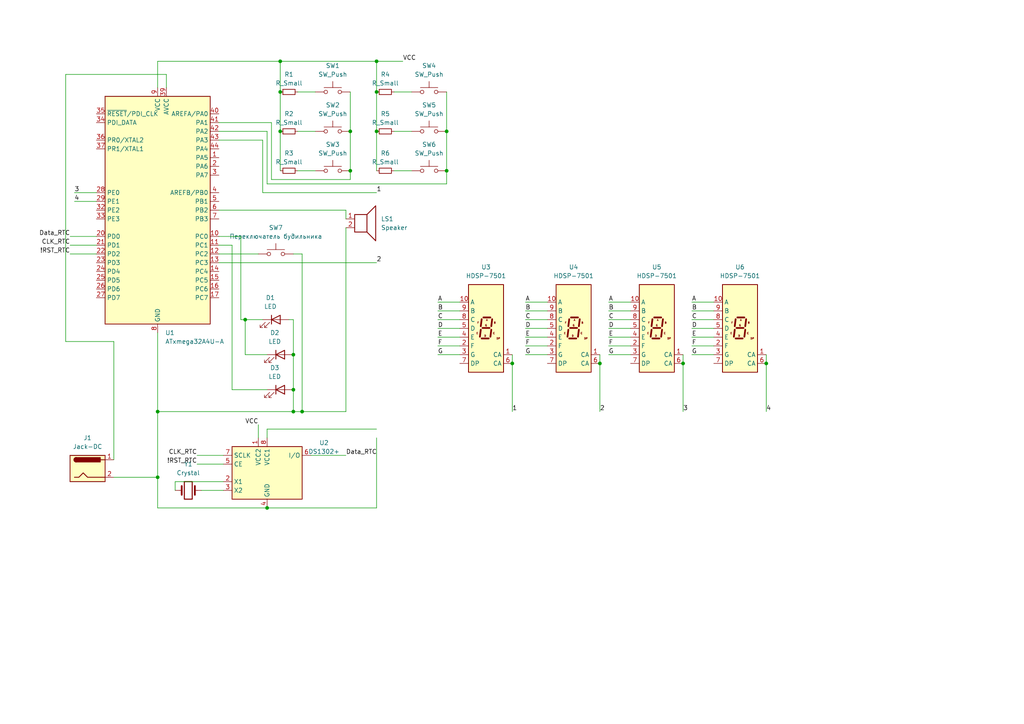
<source format=kicad_sch>
(kicad_sch (version 20230121) (generator eeschema)
  (paper "A4")
  (lib_symbols
    (symbol "Connector:Jack-DC" (pin_names (offset 1.016))
      (property "Reference" "J" (at 0 5.334 0))
      (property "Value" "Jack-DC" (at 0 -5.08 0))
      (symbol "Jack-DC_0_1"
        (rectangle (start -5.08 3.81) (end 5.08 -3.81) (stroke (width 0.254)) (fill (type background)))
        (arc (start -3.302 3.175) (mid -3.9343 2.54) (end -3.302 1.905) (stroke (width 0.254)))
        (arc (start -3.302 3.175) (mid -3.9343 2.54) (end -3.302 1.905) (stroke (width 0.254)) (fill (type outline)))
        (polyline (pts (xy 5.08 2.54) (xy 3.81 2.54)) (stroke (width 0.254)))
        (polyline (pts (xy -3.81 -2.54) (xy -2.54 -2.54) (xy -1.27 -1.27) (xy 0 -2.54) (xy 2.54 -2.54) (xy 5.08 -2.54)) (stroke (width 0.254)))
        (rectangle (start 3.683 3.175) (end -3.302 1.905) (stroke (width 0.254)) (fill (type outline)))
      )
      (symbol "Jack-DC_1_1"
        (pin passive line (at 7.62 2.54 180) (length 2.54) (name "~") (number "1"))
        (pin passive line (at 7.62 -2.54 180) (length 2.54) (name "~") (number "2"))
      )
    )
    (symbol "Device:Crystal" (pin_numbers hide) (pin_names (offset 1.016) hide)
      (property "Reference" "Y" (at 0 3.81 0))
      (property "Value" "Crystal" (at 0 -3.81 0))
      (symbol "Crystal_0_1"
        (rectangle (start -1.143 2.54) (end 1.143 -2.54) (stroke (width 0.3048)))
        (polyline (pts (xy -2.54 0) (xy -1.905 0)))
        (polyline (pts (xy -1.905 -1.27) (xy -1.905 1.27)) (stroke (width 0.508)))
        (polyline (pts (xy 1.905 -1.27) (xy 1.905 1.27)) (stroke (width 0.508)))
        (polyline (pts (xy 2.54 0) (xy 1.905 0)))
      )
      (symbol "Crystal_1_1"
        (pin passive line (at -3.81 0 0) (length 1.27) (name "1") (number "1"))
        (pin passive line (at 3.81 0 180) (length 1.27) (name "2") (number "2"))
      )
    )
    (symbol "Device:LED" (pin_numbers hide) (pin_names (offset 1.016) hide)
      (property "Reference" "D" (at 0 2.54 0))
      (property "Value" "LED" (at 0 -2.54 0))
      (symbol "LED_0_1"
        (polyline (pts (xy -1.27 -1.27) (xy -1.27 1.27)) (stroke (width 0.254)))
        (polyline (pts (xy -1.27 0) (xy 1.27 0)))
        (polyline (pts (xy 1.27 -1.27) (xy 1.27 1.27) (xy -1.27 0) (xy 1.27 -1.27)) (stroke (width 0.254)))
        (polyline (pts (xy -3.048 -0.762) (xy -4.572 -2.286) (xy -3.81 -2.286) (xy -4.572 -2.286) (xy -4.572 -1.524)))
        (polyline (pts (xy -1.778 -0.762) (xy -3.302 -2.286) (xy -2.54 -2.286) (xy -3.302 -2.286) (xy -3.302 -1.524)))
      )
      (symbol "LED_1_1"
        (pin passive line (at -3.81 0 0) (length 2.54) (name "K") (number "1"))
        (pin passive line (at 3.81 0 180) (length 2.54) (name "A") (number "2"))
      )
    )
    (symbol "Device:R_Small" (pin_numbers hide) (pin_names (offset 0.254) hide)
      (property "Reference" "R" (at 0.762 0.508 0))
      (property "Value" "R_Small" (at 0.762 -1.016 0))
      (symbol "R_Small_0_1"
        (rectangle (start -0.762 1.778) (end 0.762 -1.778) (stroke (width 0.2032)))
      )
      (symbol "R_Small_1_1"
        (pin passive line (at 0 2.54 270) (length 0.762) (name "~") (number "1"))
        (pin passive line (at 0 -2.54 90) (length 0.762) (name "~") (number "2"))
      )
    )
    (symbol "Device:Speaker" (pin_names (offset 0) hide)
      (property "Reference" "LS" (at 1.27 5.715 0))
      (property "Value" "Speaker" (at 1.27 3.81 0))
      (symbol "Speaker_0_0"
        (rectangle (start -2.54 1.27) (end 1.016 -3.81) (stroke (width 0.254)))
        (polyline (pts (xy 1.016 1.27) (xy 3.556 3.81) (xy 3.556 -6.35) (xy 1.016 -3.81)) (stroke (width 0.254)))
      )
      (symbol "Speaker_1_1"
        (pin input line (at -5.08 0 0) (length 2.54) (name "1") (number "1"))
        (pin input line (at -5.08 -2.54 0) (length 2.54) (name "2") (number "2"))
      )
    )
    (symbol "Display_Character:HDSP-7501"
      (property "Reference" "U" (at -3.81 13.97 0))
      (property "Value" "HDSP-7501" (at 6.35 13.97 0))
      (symbol "HDSP-7501_1_0"
        (text "A" (at 0.254 2.413 0) (effects (font (size 0.508 0.508))))
        (text "B" (at 2.54 1.651 0) (effects (font (size 0.508 0.508))))
        (text "C" (at 2.286 -1.397 0) (effects (font (size 0.508 0.508))))
        (text "D" (at -0.254 -2.159 0) (effects (font (size 0.508 0.508))))
        (text "DP" (at 3.556 -2.921 0) (effects (font (size 0.508 0.508))))
        (text "E" (at -2.54 -1.397 0) (effects (font (size 0.508 0.508))))
        (text "F" (at -2.286 1.651 0) (effects (font (size 0.508 0.508))))
        (text "G" (at 0 0.889 0) (effects (font (size 0.508 0.508))))
      )
      (symbol "HDSP-7501_1_1"
        (rectangle (start -5.08 12.7) (end 5.08 -12.7) (stroke (width 0.254)) (fill (type background)))
        (polyline (pts (xy -1.524 -0.381) (xy -1.778 -2.413)) (stroke (width 0.508)))
        (polyline (pts (xy -1.27 -2.921) (xy 0.762 -2.921)) (stroke (width 0.508)))
        (polyline (pts (xy -1.27 2.667) (xy -1.524 0.635)) (stroke (width 0.508)))
        (polyline (pts (xy -1.016 0.127) (xy 1.016 0.127)) (stroke (width 0.508)))
        (polyline (pts (xy -0.762 3.175) (xy 1.27 3.175)) (stroke (width 0.508)))
        (polyline (pts (xy 1.524 -0.381) (xy 1.27 -2.413)) (stroke (width 0.508)))
        (polyline (pts (xy 1.778 2.667) (xy 1.524 0.635)) (stroke (width 0.508)))
        (polyline (pts (xy 2.54 -2.921) (xy 2.54 -2.921)) (stroke (width 0.508)))
        (pin input line (at 7.62 -7.62 180) (length 2.54) (name "CA") (number "1"))
        (pin input line (at -7.62 7.62 0) (length 2.54) (name "A") (number "10"))
        (pin input line (at -7.62 -5.08 0) (length 2.54) (name "F") (number "2"))
        (pin input line (at -7.62 -7.62 0) (length 2.54) (name "G") (number "3"))
        (pin input line (at -7.62 -2.54 0) (length 2.54) (name "E") (number "4"))
        (pin input line (at -7.62 0 0) (length 2.54) (name "D") (number "5"))
        (pin input line (at 7.62 -10.16 180) (length 2.54) (name "CA") (number "6"))
        (pin input line (at -7.62 -10.16 0) (length 2.54) (name "DP") (number "7"))
        (pin input line (at -7.62 2.54 0) (length 2.54) (name "C") (number "8"))
        (pin input line (at -7.62 5.08 0) (length 2.54) (name "B") (number "9"))
      )
    )
    (symbol "MCU_Microchip_ATmega:ATxmega32A4U-A"
      (property "Reference" "U" (at -15.24 34.29 0))
      (property "Value" "ATxmega32A4U-A" (at 2.54 -34.29 0))
      (symbol "ATxmega32A4U-A_0_1"
        (rectangle (start -15.24 -33.02) (end 15.24 33.02) (stroke (width 0.254)) (fill (type background)))
      )
      (symbol "ATxmega32A4U-A_1_1"
        (pin bidirectional line (at 17.78 15.24 180) (length 2.54) (name "PA5") (number "1"))
        (pin bidirectional line (at 17.78 -7.62 180) (length 2.54) (name "PC0") (number "10"))
        (pin bidirectional line (at 17.78 -10.16 180) (length 2.54) (name "PC1") (number "11"))
        (pin bidirectional line (at 17.78 -12.7 180) (length 2.54) (name "PC2") (number "12"))
        (pin bidirectional line (at 17.78 -15.24 180) (length 2.54) (name "PC3") (number "13"))
        (pin bidirectional line (at 17.78 -17.78 180) (length 2.54) (name "PC4") (number "14"))
        (pin bidirectional line (at 17.78 -20.32 180) (length 2.54) (name "PC5") (number "15"))
        (pin bidirectional line (at 17.78 -22.86 180) (length 2.54) (name "PC6") (number "16"))
        (pin bidirectional line (at 17.78 -25.4 180) (length 2.54) (name "PC7") (number "17"))
        (pin passive line (at 0 -35.56 90) (length 2.54) hide (name "GND") (number "18"))
        (pin passive line (at 0 35.56 270) (length 2.54) hide (name "VCC") (number "19"))
        (pin bidirectional line (at 17.78 12.7 180) (length 2.54) (name "PA6") (number "2"))
        (pin bidirectional line (at -17.78 -7.62 0) (length 2.54) (name "PD0") (number "20"))
        (pin bidirectional line (at -17.78 -10.16 0) (length 2.54) (name "PD1") (number "21"))
        (pin bidirectional line (at -17.78 -12.7 0) (length 2.54) (name "PD2") (number "22"))
        (pin bidirectional line (at -17.78 -15.24 0) (length 2.54) (name "PD3") (number "23"))
        (pin bidirectional line (at -17.78 -17.78 0) (length 2.54) (name "PD4") (number "24"))
        (pin bidirectional line (at -17.78 -20.32 0) (length 2.54) (name "PD5") (number "25"))
        (pin bidirectional line (at -17.78 -22.86 0) (length 2.54) (name "PD6") (number "26"))
        (pin bidirectional line (at -17.78 -25.4 0) (length 2.54) (name "PD7") (number "27"))
        (pin bidirectional line (at -17.78 5.08 0) (length 2.54) (name "PE0") (number "28"))
        (pin bidirectional line (at -17.78 2.54 0) (length 2.54) (name "PE1") (number "29"))
        (pin bidirectional line (at 17.78 10.16 180) (length 2.54) (name "PA7") (number "3"))
        (pin passive line (at 0 -35.56 90) (length 2.54) hide (name "GND") (number "30"))
        (pin passive line (at 0 35.56 270) (length 2.54) hide (name "VCC") (number "31"))
        (pin bidirectional line (at -17.78 0 0) (length 2.54) (name "PE2") (number "32"))
        (pin bidirectional line (at -17.78 -2.54 0) (length 2.54) (name "PE3") (number "33"))
        (pin bidirectional line (at -17.78 25.4 0) (length 2.54) (name "PDI_DATA") (number "34"))
        (pin input line (at -17.78 27.94 0) (length 2.54) (name "~{RESET}/PDI_CLK") (number "35"))
        (pin bidirectional line (at -17.78 20.32 0) (length 2.54) (name "PR0/XTAL2") (number "36"))
        (pin bidirectional line (at -17.78 17.78 0) (length 2.54) (name "PR1/XTAL1") (number "37"))
        (pin passive line (at 0 -35.56 90) (length 2.54) hide (name "GND") (number "38"))
        (pin power_in line (at 2.54 35.56 270) (length 2.54) (name "AVCC") (number "39"))
        (pin bidirectional line (at 17.78 5.08 180) (length 2.54) (name "AREFB/PB0") (number "4"))
        (pin bidirectional line (at 17.78 27.94 180) (length 2.54) (name "AREFA/PA0") (number "40"))
        (pin bidirectional line (at 17.78 25.4 180) (length 2.54) (name "PA1") (number "41"))
        (pin bidirectional line (at 17.78 22.86 180) (length 2.54) (name "PA2") (number "42"))
        (pin bidirectional line (at 17.78 20.32 180) (length 2.54) (name "PA3") (number "43"))
        (pin bidirectional line (at 17.78 17.78 180) (length 2.54) (name "PA4") (number "44"))
        (pin bidirectional line (at 17.78 2.54 180) (length 2.54) (name "PB1") (number "5"))
        (pin bidirectional line (at 17.78 0 180) (length 2.54) (name "PB2") (number "6"))
        (pin bidirectional line (at 17.78 -2.54 180) (length 2.54) (name "PB3") (number "7"))
        (pin power_in line (at 0 -35.56 90) (length 2.54) (name "GND") (number "8"))
        (pin power_in line (at 0 35.56 270) (length 2.54) (name "VCC") (number "9"))
      )
    )
    (symbol "Switch:SW_Push" (pin_numbers hide) (pin_names (offset 1.016) hide)
      (property "Reference" "SW" (at 1.27 2.54 0))
      (property "Value" "SW_Push" (at 0 -1.524 0))
      (symbol "SW_Push_0_1"
        (circle (center -2.032 0) (radius 0.508))
        (polyline (pts (xy 0 1.27) (xy 0 3.048)))
        (polyline (pts (xy 2.54 1.27) (xy -2.54 1.27)))
        (circle (center 2.032 0) (radius 0.508))
        (pin passive line (at -5.08 0 0) (length 2.54) (name "1") (number "1"))
        (pin passive line (at 5.08 0 180) (length 2.54) (name "2") (number "2"))
      )
    )
    (symbol "Timer_RTC:DS1302+"
      (property "Reference" "U" (at -8.89 8.89 0))
      (property "Value" "DS1302+" (at 6.35 8.89 0))
      (symbol "DS1302+_1_1"
        (rectangle (start -10.16 7.62) (end 10.16 -7.62) (stroke (width 0.254)) (fill (type background)))
        (pin power_in line (at -2.54 10.16 270) (length 2.54) (name "VCC2") (number "1"))
        (pin input line (at -12.7 -2.54 0) (length 2.54) (name "X1") (number "2"))
        (pin input line (at -12.7 -5.08 0) (length 2.54) (name "X2") (number "3"))
        (pin power_in line (at 0 -10.16 90) (length 2.54) (name "GND") (number "4"))
        (pin input line (at -12.7 2.54 0) (length 2.54) (name "CE") (number "5"))
        (pin bidirectional line (at 12.7 5.08 180) (length 2.54) (name "I/O") (number "6"))
        (pin input line (at -12.7 5.08 0) (length 2.54) (name "SCLK") (number "7"))
        (pin power_in line (at 0 10.16 270) (length 2.54) (name "VCC1") (number "8"))
      )
    )
  )
  (junction (at 109.22 38.1))
  (junction (at 222.25 105.41))
  (junction (at 81.28 38.1))
  (junction (at 81.28 26.67))
  (junction (at 45.72 138.43))
  (junction (at 85.09 119.38))
  (junction (at 71.12 92.71))
  (junction (at 109.22 17.78))
  (junction (at 87.63 119.38))
  (junction (at 77.47 147.32))
  (junction (at 148.59 105.41))
  (junction (at 81.28 17.78))
  (junction (at 129.54 49.53))
  (junction (at 85.09 102.87))
  (junction (at 85.09 113.03))
  (junction (at 45.72 119.38))
  (junction (at 101.6 49.53))
  (junction (at 129.54 38.1))
  (junction (at 109.22 26.67))
  (junction (at 101.6 38.1))
  (junction (at 173.99 105.41))
  (junction (at 198.12 105.41))
  (wire (pts (xy 45.72 119.38) (xy 85.09 119.38)))
  (wire (pts (xy 63.5 76.2) (xy 109.22 76.2)))
  (wire (pts (xy 64.77 139.7) (xy 50.8 139.7)))
  (wire (pts (xy 67.31 113.03) (xy 77.47 113.03)))
  (wire (pts (xy 127 95.25) (xy 133.35 95.25)))
  (wire (pts (xy 21.59 58.42) (xy 27.94 58.42)))
  (wire (pts (xy 90.17 132.08) (xy 100.33 132.08)))
  (wire (pts (xy 45.72 138.43) (xy 45.72 119.38)))
  (wire (pts (xy 152.4 102.87) (xy 158.75 102.87)))
  (wire (pts (xy 198.12 102.87) (xy 198.12 105.41)))
  (wire (pts (xy 33.02 99.06) (xy 19.05 99.06)))
  (wire (pts (xy 109.22 127) (xy 109.22 147.32)))
  (wire (pts (xy 200.66 92.71) (xy 207.01 92.71)))
  (wire (pts (xy 100.33 66.04) (xy 100.33 119.38)))
  (wire (pts (xy 85.09 73.66) (xy 87.63 73.66)))
  (wire (pts (xy 87.63 119.38) (xy 100.33 119.38)))
  (wire (pts (xy 200.66 100.33) (xy 207.01 100.33)))
  (wire (pts (xy 176.53 95.25) (xy 182.88 95.25)))
  (wire (pts (xy 63.5 60.96) (xy 100.33 60.96)))
  (wire (pts (xy 81.28 38.1) (xy 81.28 49.53)))
  (wire (pts (xy 78.74 35.56) (xy 78.74 52.07)))
  (wire (pts (xy 129.54 49.53) (xy 129.54 53.34)))
  (wire (pts (xy 127 100.33) (xy 133.35 100.33)))
  (wire (pts (xy 85.09 119.38) (xy 87.63 119.38)))
  (wire (pts (xy 67.31 71.12) (xy 67.31 113.03)))
  (wire (pts (xy 109.22 17.78) (xy 109.22 26.67)))
  (wire (pts (xy 101.6 26.67) (xy 101.6 38.1)))
  (wire (pts (xy 127 87.63) (xy 133.35 87.63)))
  (wire (pts (xy 148.59 105.41) (xy 148.59 119.38)))
  (wire (pts (xy 129.54 26.67) (xy 129.54 38.1)))
  (wire (pts (xy 127 102.87) (xy 133.35 102.87)))
  (wire (pts (xy 114.3 38.1) (xy 119.38 38.1)))
  (wire (pts (xy 173.99 102.87) (xy 173.99 105.41)))
  (wire (pts (xy 77.47 124.46) (xy 77.47 127)))
  (wire (pts (xy 109.22 26.67) (xy 109.22 38.1)))
  (wire (pts (xy 45.72 17.78) (xy 45.72 25.4)))
  (wire (pts (xy 50.8 139.7) (xy 50.8 142.24)))
  (wire (pts (xy 45.72 147.32) (xy 45.72 138.43)))
  (wire (pts (xy 20.32 71.12) (xy 27.94 71.12)))
  (wire (pts (xy 222.25 105.41) (xy 222.25 119.38)))
  (wire (pts (xy 81.28 26.67) (xy 81.28 38.1)))
  (wire (pts (xy 48.26 25.4) (xy 48.26 21.59)))
  (wire (pts (xy 101.6 49.53) (xy 101.6 52.07)))
  (wire (pts (xy 20.32 68.58) (xy 27.94 68.58)))
  (wire (pts (xy 77.47 147.32) (xy 109.22 147.32)))
  (wire (pts (xy 48.26 21.59) (xy 19.05 21.59)))
  (wire (pts (xy 63.5 35.56) (xy 78.74 35.56)))
  (wire (pts (xy 69.85 92.71) (xy 71.12 92.71)))
  (wire (pts (xy 57.15 132.08) (xy 64.77 132.08)))
  (wire (pts (xy 76.2 40.64) (xy 76.2 55.88)))
  (wire (pts (xy 148.59 102.87) (xy 148.59 105.41)))
  (wire (pts (xy 87.63 73.66) (xy 87.63 119.38)))
  (wire (pts (xy 176.53 90.17) (xy 182.88 90.17)))
  (wire (pts (xy 77.47 102.87) (xy 71.12 102.87)))
  (wire (pts (xy 129.54 38.1) (xy 129.54 49.53)))
  (wire (pts (xy 127 92.71) (xy 133.35 92.71)))
  (wire (pts (xy 58.42 142.24) (xy 64.77 142.24)))
  (wire (pts (xy 176.53 97.79) (xy 182.88 97.79)))
  (wire (pts (xy 114.3 26.67) (xy 119.38 26.67)))
  (wire (pts (xy 71.12 92.71) (xy 76.2 92.71)))
  (wire (pts (xy 63.5 38.1) (xy 77.47 38.1)))
  (wire (pts (xy 85.09 102.87) (xy 85.09 113.03)))
  (wire (pts (xy 176.53 87.63) (xy 182.88 87.63)))
  (wire (pts (xy 85.09 92.71) (xy 85.09 102.87)))
  (wire (pts (xy 152.4 92.71) (xy 158.75 92.71)))
  (wire (pts (xy 176.53 102.87) (xy 182.88 102.87)))
  (wire (pts (xy 21.59 55.88) (xy 27.94 55.88)))
  (wire (pts (xy 152.4 90.17) (xy 158.75 90.17)))
  (wire (pts (xy 101.6 38.1) (xy 101.6 49.53)))
  (wire (pts (xy 81.28 17.78) (xy 81.28 26.67)))
  (wire (pts (xy 45.72 17.78) (xy 81.28 17.78)))
  (wire (pts (xy 200.66 97.79) (xy 207.01 97.79)))
  (wire (pts (xy 109.22 38.1) (xy 109.22 49.53)))
  (wire (pts (xy 176.53 92.71) (xy 182.88 92.71)))
  (wire (pts (xy 63.5 68.58) (xy 69.85 68.58)))
  (wire (pts (xy 200.66 95.25) (xy 207.01 95.25)))
  (wire (pts (xy 33.02 138.43) (xy 45.72 138.43)))
  (wire (pts (xy 100.33 63.5) (xy 100.33 60.96)))
  (wire (pts (xy 20.32 73.66) (xy 27.94 73.66)))
  (wire (pts (xy 19.05 21.59) (xy 19.05 99.06)))
  (wire (pts (xy 176.53 100.33) (xy 182.88 100.33)))
  (wire (pts (xy 78.74 52.07) (xy 101.6 52.07)))
  (wire (pts (xy 200.66 87.63) (xy 207.01 87.63)))
  (wire (pts (xy 200.66 102.87) (xy 207.01 102.87)))
  (wire (pts (xy 69.85 68.58) (xy 69.85 92.71)))
  (wire (pts (xy 63.5 40.64) (xy 76.2 40.64)))
  (wire (pts (xy 85.09 113.03) (xy 85.09 119.38)))
  (wire (pts (xy 76.2 55.88) (xy 109.22 55.88)))
  (wire (pts (xy 127 97.79) (xy 133.35 97.79)))
  (wire (pts (xy 173.99 105.41) (xy 173.99 119.38)))
  (wire (pts (xy 77.47 124.46) (xy 109.22 124.46)))
  (wire (pts (xy 77.47 53.34) (xy 129.54 53.34)))
  (wire (pts (xy 86.36 49.53) (xy 91.44 49.53)))
  (wire (pts (xy 63.5 71.12) (xy 67.31 71.12)))
  (wire (pts (xy 127 90.17) (xy 133.35 90.17)))
  (wire (pts (xy 152.4 95.25) (xy 158.75 95.25)))
  (wire (pts (xy 152.4 97.79) (xy 158.75 97.79)))
  (wire (pts (xy 86.36 38.1) (xy 91.44 38.1)))
  (wire (pts (xy 57.15 134.62) (xy 64.77 134.62)))
  (wire (pts (xy 152.4 87.63) (xy 158.75 87.63)))
  (wire (pts (xy 86.36 26.67) (xy 91.44 26.67)))
  (wire (pts (xy 200.66 90.17) (xy 207.01 90.17)))
  (wire (pts (xy 45.72 119.38) (xy 45.72 96.52)))
  (wire (pts (xy 152.4 100.33) (xy 158.75 100.33)))
  (wire (pts (xy 74.93 123.19) (xy 74.93 127)))
  (wire (pts (xy 198.12 105.41) (xy 198.12 119.38)))
  (wire (pts (xy 63.5 73.66) (xy 74.93 73.66)))
  (wire (pts (xy 33.02 133.35) (xy 33.02 99.06)))
  (wire (pts (xy 81.28 17.78) (xy 109.22 17.78)))
  (wire (pts (xy 114.3 49.53) (xy 119.38 49.53)))
  (wire (pts (xy 77.47 38.1) (xy 77.47 53.34)))
  (wire (pts (xy 83.82 92.71) (xy 85.09 92.71)))
  (wire (pts (xy 222.25 102.87) (xy 222.25 105.41)))
  (wire (pts (xy 109.22 17.78) (xy 116.84 17.78)))
  (wire (pts (xy 71.12 102.87) (xy 71.12 92.71)))
  (wire (pts (xy 45.72 147.32) (xy 77.47 147.32)))
  (label "G" (at 200.66 102.87 0))
  (label "!RST_RTC" (at 57.15 134.62 180))
  (label "B" (at 176.53 90.17 0))
  (label "F" (at 127 100.33 0))
  (label "B" (at 152.4 90.17 0))
  (label "VCC" (at 116.84 17.78 0))
  (label "D" (at 127 95.25 0))
  (label "C" (at 200.66 92.71 0))
  (label "2" (at 109.22 76.2 0))
  (label "F" (at 200.66 100.33 0))
  (label "E" (at 152.4 97.79 0))
  (label "2" (at 173.99 119.38 0))
  (label "F" (at 176.53 100.33 0))
  (label "G" (at 152.4 102.87 0))
  (label "D" (at 152.4 95.25 0))
  (label "A" (at 127 87.63 0))
  (label "4" (at 222.25 119.38 0))
  (label "B" (at 127 90.17 0))
  (label "Data_RTC" (at 20.32 68.58 180))
  (label "C" (at 127 92.71 0))
  (label "G" (at 176.53 102.87 0))
  (label "4" (at 21.59 58.42 0))
  (label "!RST_RTC" (at 20.32 73.66 180))
  (label "C" (at 152.4 92.71 0))
  (label "3" (at 198.12 119.38 0))
  (label "E" (at 200.66 97.79 0))
  (label "E" (at 127 97.79 0))
  (label "1" (at 109.22 55.88 0))
  (label "D" (at 176.53 95.25 0))
  (label "CLK_RTC" (at 57.15 132.08 180))
  (label "G" (at 127 102.87 0))
  (label "Data_RTC" (at 100.33 132.08 0))
  (label "F" (at 152.4 100.33 0))
  (label "E" (at 176.53 97.79 0))
  (label "A" (at 176.53 87.63 0))
  (label "1" (at 148.59 119.38 0))
  (label "B" (at 200.66 90.17 0))
  (label "VCC" (at 74.93 123.19 180))
  (label "C" (at 176.53 92.71 0))
  (label "3" (at 21.59 55.88 0))
  (label "A" (at 152.4 87.63 0))
  (label "CLK_RTC" (at 20.32 71.12 180))
  (label "A" (at 200.66 87.63 0))
  (label "D" (at 200.66 95.25 0))
  (symbol (lib_id "Display_Character:HDSP-7501") (at 214.63 95.25 0) (unit 1)
    (property "Reference" "U6" (at 214.63 77.47 0))
    (property "Value" "HDSP-7501" (at 214.63 80.01 0))
    (property "Footprint" "Display_7Segment:HDSP-A151" (effects hide))
    (property "Datasheet" "https://docs.broadcom.com/docs/AV02-2553EN" (effects hide))
  )
  (symbol (lib_id "Device:LED") (at 81.28 102.87 0) (unit 1)
    (property "Reference" "D2" (at 79.6925 96.52 0))
    (property "Value" "LED" (at 79.6925 99.06 0))
    (property "Footprint" "LED_THT:LED_D3.0mm" (effects hide))
  )
  (symbol (lib_id "Device:LED") (at 81.28 113.03 0) (unit 1)
    (property "Reference" "D3" (at 79.6925 106.68 0))
    (property "Value" "LED" (at 79.6925 109.22 0))
    (property "Footprint" "LED_THT:LED_D3.0mm" (effects hide))
  )
  (symbol (lib_id "Device:R_Small") (at 83.82 49.53 270) (unit 1)
    (property "Reference" "R3" (at 83.82 44.45 90))
    (property "Value" "R_Small" (at 83.82 46.99 90))
    (property "Footprint" "Resistor_SMD:R_1206_3216Metric" (effects hide))
  )
  (symbol (lib_id "Switch:SW_Push") (at 124.46 26.67 0) (unit 1)
    (property "Reference" "SW4" (at 124.46 19.05 0))
    (property "Value" "SW_Push" (at 124.46 21.59 0))
    (property "Footprint" "Button_Switch_THT:SW_PUSH_6mm" (effects hide))
  )
  (symbol (lib_id "Display_Character:HDSP-7501") (at 190.5 95.25 0) (unit 1)
    (property "Reference" "U5" (at 190.5 77.47 0))
    (property "Value" "HDSP-7501" (at 190.5 80.01 0))
    (property "Footprint" "Display_7Segment:HDSP-A151" (effects hide))
    (property "Datasheet" "https://docs.broadcom.com/docs/AV02-2553EN" (effects hide))
  )
  (symbol (lib_id "Switch:SW_Push") (at 96.52 49.53 0) (unit 1)
    (property "Reference" "SW3" (at 96.52 41.91 0))
    (property "Value" "SW_Push" (at 96.52 44.45 0))
    (property "Footprint" "Button_Switch_THT:SW_PUSH_6mm" (effects hide))
  )
  (symbol (lib_id "Device:Crystal") (at 54.61 142.24 0) (unit 1)
    (property "Reference" "Y1" (at 54.61 134.62 0))
    (property "Value" "Crystal" (at 54.61 137.16 0))
  )
  (symbol (lib_id "Device:Speaker") (at 105.41 63.5 0) (unit 1)
    (property "Reference" "LS1" (at 110.49 63.5 0) (effects (justify left)))
    (property "Value" "Speaker" (at 110.49 66.04 0) (effects (justify left)))
  )
  (symbol (lib_id "Timer_RTC:DS1302+") (at 77.47 137.16 0) (unit 1)
    (property "Reference" "U2" (at 93.98 128.4321 0))
    (property "Value" "DS1302+" (at 93.98 130.9721 0))
    (property "Footprint" "Package_DIP:DIP-8_W7.62mm" (effects hide))
    (property "Datasheet" "https://datasheets.maximintegrated.com/en/ds/DS1302.pdf" (effects hide))
  )
  (symbol (lib_id "Display_Character:HDSP-7501") (at 140.97 95.25 0) (unit 1)
    (property "Reference" "U3" (at 140.97 77.47 0))
    (property "Value" "HDSP-7501" (at 140.97 80.01 0))
    (property "Footprint" "Display_7Segment:HDSP-A151" (effects hide))
    (property "Datasheet" "https://docs.broadcom.com/docs/AV02-2553EN" (effects hide))
  )
  (symbol (lib_id "Device:LED") (at 80.01 92.71 0) (unit 1)
    (property "Reference" "D1" (at 78.4225 86.36 0))
    (property "Value" "LED" (at 78.4225 88.9 0))
    (property "Footprint" "LED_THT:LED_D3.0mm" (effects hide))
  )
  (symbol (lib_id "Display_Character:HDSP-7501") (at 166.37 95.25 0) (unit 1)
    (property "Reference" "U4" (at 166.37 77.47 0))
    (property "Value" "HDSP-7501" (at 166.37 80.01 0))
    (property "Footprint" "Display_7Segment:HDSP-A151" (effects hide))
    (property "Datasheet" "https://docs.broadcom.com/docs/AV02-2553EN" (effects hide))
  )
  (symbol (lib_id "Device:R_Small") (at 111.76 38.1 270) (unit 1)
    (property "Reference" "R5" (at 111.76 33.02 90))
    (property "Value" "R_Small" (at 111.76 35.56 90))
    (property "Footprint" "Resistor_SMD:R_1206_3216Metric" (effects hide))
  )
  (symbol (lib_id "Switch:SW_Push") (at 96.52 38.1 0) (unit 1)
    (property "Reference" "SW2" (at 96.52 30.48 0))
    (property "Value" "SW_Push" (at 96.52 33.02 0))
    (property "Footprint" "Button_Switch_THT:SW_PUSH_6mm" (effects hide))
  )
  (symbol (lib_id "MCU_Microchip_ATmega:ATxmega32A4U-A") (at 45.72 60.96 0) (unit 1)
    (property "Reference" "U1" (at 47.9141 96.52 0) (effects (justify left)))
    (property "Value" "ATxmega32A4U-A" (at 47.9141 99.06 0) (effects (justify left)))
    (property "Footprint" "Package_QFP:TQFP-44_10x10mm_P0.8mm" (effects hide))
    (property "Datasheet" "http://ww1.microchip.com/downloads/en/DeviceDoc/Atmel-8387-8-and16-bit-AVR-Microcontroller-XMEGA-A4U_Datasheet.pdf" (effects hide))
  )
  (symbol (lib_id "Switch:SW_Push") (at 96.52 26.67 0) (unit 1)
    (property "Reference" "SW1" (at 96.52 19.05 0))
    (property "Value" "SW_Push" (at 96.52 21.59 0))
    (property "Footprint" "Button_Switch_THT:SW_PUSH_6mm" (effects hide))
  )
  (symbol (lib_id "Switch:SW_Push") (at 124.46 49.53 0) (unit 1)
    (property "Reference" "SW6" (at 124.46 41.91 0))
    (property "Value" "SW_Push" (at 124.46 44.45 0))
    (property "Footprint" "Button_Switch_THT:SW_PUSH_6mm" (effects hide))
  )
  (symbol (lib_id "Switch:SW_Push") (at 124.46 38.1 0) (unit 1)
    (property "Reference" "SW5" (at 124.46 30.48 0))
    (property "Value" "SW_Push" (at 124.46 33.02 0))
    (property "Footprint" "Button_Switch_THT:SW_PUSH_6mm" (effects hide))
  )
  (symbol (lib_id "Device:R_Small") (at 83.82 26.67 270) (unit 1)
    (property "Reference" "R1" (at 83.82 21.59 90))
    (property "Value" "R_Small" (at 83.82 24.13 90))
    (property "Footprint" "Resistor_SMD:R_1206_3216Metric" (effects hide))
  )
  (symbol (lib_id "Connector:Jack-DC") (at 25.4 135.89 0) (unit 1)
    (property "Reference" "J1" (at 25.4 127 0))
    (property "Value" "Jack-DC" (at 25.4 129.54 0))
    (property "Footprint" "Connector_BarrelJack:BarrelJack_SwitchcraftConxall_RAPC10U_Horizontal" (effects hide))
  )
  (symbol (lib_id "Switch:SW_Push") (at 80.01 73.66 0) (unit 1)
    (property "Reference" "SW7" (at 80.01 66.04 0))
    (property "Value" "Переключатель будильника" (at 80.01 68.58 0))
    (property "Footprint" "Button_Switch_THT:SW_PUSH_6mm" (effects hide))
  )
  (symbol (lib_id "Device:R_Small") (at 111.76 26.67 270) (unit 1)
    (property "Reference" "R4" (at 111.76 21.59 90))
    (property "Value" "R_Small" (at 111.76 24.13 90))
    (property "Footprint" "Resistor_SMD:R_1206_3216Metric" (effects hide))
  )
  (symbol (lib_id "Device:R_Small") (at 111.76 49.53 270) (unit 1)
    (property "Reference" "R6" (at 111.76 44.45 90))
    (property "Value" "R_Small" (at 111.76 46.99 90))
    (property "Footprint" "Resistor_SMD:R_1206_3216Metric" (effects hide))
  )
  (symbol (lib_id "Device:R_Small") (at 83.82 38.1 270) (unit 1)
    (property "Reference" "R2" (at 83.82 33.02 90))
    (property "Value" "R_Small" (at 83.82 35.56 90))
    (property "Footprint" "Resistor_SMD:R_1206_3216Metric" (effects hide))
  )
)
</source>
